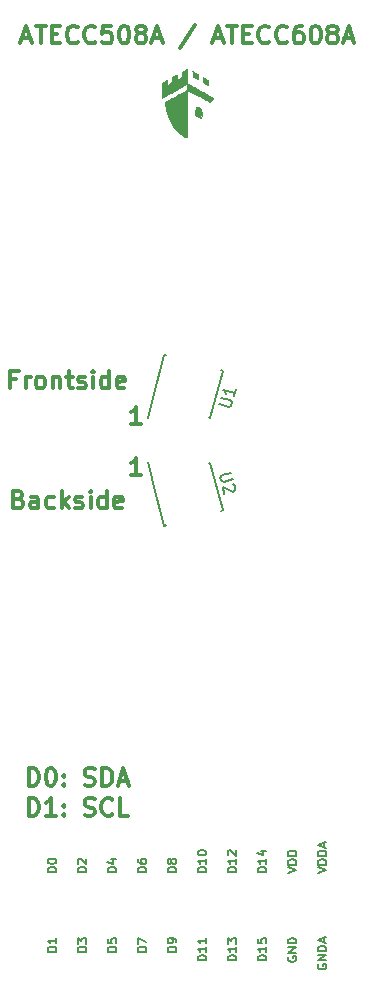
<source format=gbr>
G04 #@! TF.GenerationSoftware,KiCad,Pcbnew,5.0.2-bee76a0~70~ubuntu18.04.1*
G04 #@! TF.CreationDate,2019-10-25T10:51:07+02:00*
G04 #@! TF.ProjectId,atecc,61746563-632e-46b6-9963-61645f706362,rev?*
G04 #@! TF.SameCoordinates,Original*
G04 #@! TF.FileFunction,Legend,Top*
G04 #@! TF.FilePolarity,Positive*
%FSLAX46Y46*%
G04 Gerber Fmt 4.6, Leading zero omitted, Abs format (unit mm)*
G04 Created by KiCad (PCBNEW 5.0.2-bee76a0~70~ubuntu18.04.1) date ven. 25 oct. 2019 10:51:07 CEST*
%MOMM*%
%LPD*%
G01*
G04 APERTURE LIST*
%ADD10C,0.300000*%
%ADD11C,0.150000*%
%ADD12C,0.010000*%
G04 APERTURE END LIST*
D10*
X47962857Y-119272857D02*
X48177142Y-119344285D01*
X48248571Y-119415714D01*
X48320000Y-119558571D01*
X48320000Y-119772857D01*
X48248571Y-119915714D01*
X48177142Y-119987142D01*
X48034285Y-120058571D01*
X47462857Y-120058571D01*
X47462857Y-118558571D01*
X47962857Y-118558571D01*
X48105714Y-118630000D01*
X48177142Y-118701428D01*
X48248571Y-118844285D01*
X48248571Y-118987142D01*
X48177142Y-119130000D01*
X48105714Y-119201428D01*
X47962857Y-119272857D01*
X47462857Y-119272857D01*
X49605714Y-120058571D02*
X49605714Y-119272857D01*
X49534285Y-119130000D01*
X49391428Y-119058571D01*
X49105714Y-119058571D01*
X48962857Y-119130000D01*
X49605714Y-119987142D02*
X49462857Y-120058571D01*
X49105714Y-120058571D01*
X48962857Y-119987142D01*
X48891428Y-119844285D01*
X48891428Y-119701428D01*
X48962857Y-119558571D01*
X49105714Y-119487142D01*
X49462857Y-119487142D01*
X49605714Y-119415714D01*
X50962857Y-119987142D02*
X50820000Y-120058571D01*
X50534285Y-120058571D01*
X50391428Y-119987142D01*
X50320000Y-119915714D01*
X50248571Y-119772857D01*
X50248571Y-119344285D01*
X50320000Y-119201428D01*
X50391428Y-119130000D01*
X50534285Y-119058571D01*
X50820000Y-119058571D01*
X50962857Y-119130000D01*
X51605714Y-120058571D02*
X51605714Y-118558571D01*
X51748571Y-119487142D02*
X52177142Y-120058571D01*
X52177142Y-119058571D02*
X51605714Y-119630000D01*
X52748571Y-119987142D02*
X52891428Y-120058571D01*
X53177142Y-120058571D01*
X53320000Y-119987142D01*
X53391428Y-119844285D01*
X53391428Y-119772857D01*
X53320000Y-119630000D01*
X53177142Y-119558571D01*
X52962857Y-119558571D01*
X52820000Y-119487142D01*
X52748571Y-119344285D01*
X52748571Y-119272857D01*
X52820000Y-119130000D01*
X52962857Y-119058571D01*
X53177142Y-119058571D01*
X53320000Y-119130000D01*
X54034285Y-120058571D02*
X54034285Y-119058571D01*
X54034285Y-118558571D02*
X53962857Y-118630000D01*
X54034285Y-118701428D01*
X54105714Y-118630000D01*
X54034285Y-118558571D01*
X54034285Y-118701428D01*
X55391428Y-120058571D02*
X55391428Y-118558571D01*
X55391428Y-119987142D02*
X55248571Y-120058571D01*
X54962857Y-120058571D01*
X54820000Y-119987142D01*
X54748571Y-119915714D01*
X54677142Y-119772857D01*
X54677142Y-119344285D01*
X54748571Y-119201428D01*
X54820000Y-119130000D01*
X54962857Y-119058571D01*
X55248571Y-119058571D01*
X55391428Y-119130000D01*
X56677142Y-119987142D02*
X56534285Y-120058571D01*
X56248571Y-120058571D01*
X56105714Y-119987142D01*
X56034285Y-119844285D01*
X56034285Y-119272857D01*
X56105714Y-119130000D01*
X56248571Y-119058571D01*
X56534285Y-119058571D01*
X56677142Y-119130000D01*
X56748571Y-119272857D01*
X56748571Y-119415714D01*
X56034285Y-119558571D01*
X47748571Y-109112857D02*
X47248571Y-109112857D01*
X47248571Y-109898571D02*
X47248571Y-108398571D01*
X47962857Y-108398571D01*
X48534285Y-109898571D02*
X48534285Y-108898571D01*
X48534285Y-109184285D02*
X48605714Y-109041428D01*
X48677142Y-108970000D01*
X48820000Y-108898571D01*
X48962857Y-108898571D01*
X49677142Y-109898571D02*
X49534285Y-109827142D01*
X49462857Y-109755714D01*
X49391428Y-109612857D01*
X49391428Y-109184285D01*
X49462857Y-109041428D01*
X49534285Y-108970000D01*
X49677142Y-108898571D01*
X49891428Y-108898571D01*
X50034285Y-108970000D01*
X50105714Y-109041428D01*
X50177142Y-109184285D01*
X50177142Y-109612857D01*
X50105714Y-109755714D01*
X50034285Y-109827142D01*
X49891428Y-109898571D01*
X49677142Y-109898571D01*
X50820000Y-108898571D02*
X50820000Y-109898571D01*
X50820000Y-109041428D02*
X50891428Y-108970000D01*
X51034285Y-108898571D01*
X51248571Y-108898571D01*
X51391428Y-108970000D01*
X51462857Y-109112857D01*
X51462857Y-109898571D01*
X51962857Y-108898571D02*
X52534285Y-108898571D01*
X52177142Y-108398571D02*
X52177142Y-109684285D01*
X52248571Y-109827142D01*
X52391428Y-109898571D01*
X52534285Y-109898571D01*
X52962857Y-109827142D02*
X53105714Y-109898571D01*
X53391428Y-109898571D01*
X53534285Y-109827142D01*
X53605714Y-109684285D01*
X53605714Y-109612857D01*
X53534285Y-109470000D01*
X53391428Y-109398571D01*
X53177142Y-109398571D01*
X53034285Y-109327142D01*
X52962857Y-109184285D01*
X52962857Y-109112857D01*
X53034285Y-108970000D01*
X53177142Y-108898571D01*
X53391428Y-108898571D01*
X53534285Y-108970000D01*
X54248571Y-109898571D02*
X54248571Y-108898571D01*
X54248571Y-108398571D02*
X54177142Y-108470000D01*
X54248571Y-108541428D01*
X54320000Y-108470000D01*
X54248571Y-108398571D01*
X54248571Y-108541428D01*
X55605714Y-109898571D02*
X55605714Y-108398571D01*
X55605714Y-109827142D02*
X55462857Y-109898571D01*
X55177142Y-109898571D01*
X55034285Y-109827142D01*
X54962857Y-109755714D01*
X54891428Y-109612857D01*
X54891428Y-109184285D01*
X54962857Y-109041428D01*
X55034285Y-108970000D01*
X55177142Y-108898571D01*
X55462857Y-108898571D01*
X55605714Y-108970000D01*
X56891428Y-109827142D02*
X56748571Y-109898571D01*
X56462857Y-109898571D01*
X56320000Y-109827142D01*
X56248571Y-109684285D01*
X56248571Y-109112857D01*
X56320000Y-108970000D01*
X56462857Y-108898571D01*
X56748571Y-108898571D01*
X56891428Y-108970000D01*
X56962857Y-109112857D01*
X56962857Y-109255714D01*
X56248571Y-109398571D01*
X58340571Y-117264571D02*
X57483428Y-117264571D01*
X57912000Y-117264571D02*
X57912000Y-115764571D01*
X57769142Y-115978857D01*
X57626285Y-116121714D01*
X57483428Y-116193142D01*
X58340571Y-112946571D02*
X57483428Y-112946571D01*
X57912000Y-112946571D02*
X57912000Y-111446571D01*
X57769142Y-111660857D01*
X57626285Y-111803714D01*
X57483428Y-111875142D01*
D11*
X73249285Y-150961071D02*
X73999285Y-150711071D01*
X73249285Y-150461071D01*
X73999285Y-150211071D02*
X73249285Y-150211071D01*
X73249285Y-150032500D01*
X73285000Y-149925357D01*
X73356428Y-149853928D01*
X73427857Y-149818214D01*
X73570714Y-149782500D01*
X73677857Y-149782500D01*
X73820714Y-149818214D01*
X73892142Y-149853928D01*
X73963571Y-149925357D01*
X73999285Y-150032500D01*
X73999285Y-150211071D01*
X73999285Y-149461071D02*
X73249285Y-149461071D01*
X73249285Y-149282500D01*
X73285000Y-149175357D01*
X73356428Y-149103928D01*
X73427857Y-149068214D01*
X73570714Y-149032500D01*
X73677857Y-149032500D01*
X73820714Y-149068214D01*
X73892142Y-149103928D01*
X73963571Y-149175357D01*
X73999285Y-149282500D01*
X73999285Y-149461071D01*
X73785000Y-148746785D02*
X73785000Y-148389642D01*
X73999285Y-148818214D02*
X73249285Y-148568214D01*
X73999285Y-148318214D01*
X70709285Y-150961071D02*
X71459285Y-150711071D01*
X70709285Y-150461071D01*
X71459285Y-150211071D02*
X70709285Y-150211071D01*
X70709285Y-150032500D01*
X70745000Y-149925357D01*
X70816428Y-149853928D01*
X70887857Y-149818214D01*
X71030714Y-149782500D01*
X71137857Y-149782500D01*
X71280714Y-149818214D01*
X71352142Y-149853928D01*
X71423571Y-149925357D01*
X71459285Y-150032500D01*
X71459285Y-150211071D01*
X71459285Y-149461071D02*
X70709285Y-149461071D01*
X70709285Y-149282500D01*
X70745000Y-149175357D01*
X70816428Y-149103928D01*
X70887857Y-149068214D01*
X71030714Y-149032500D01*
X71137857Y-149032500D01*
X71280714Y-149068214D01*
X71352142Y-149103928D01*
X71423571Y-149175357D01*
X71459285Y-149282500D01*
X71459285Y-149461071D01*
X68919285Y-150853928D02*
X68169285Y-150853928D01*
X68169285Y-150675357D01*
X68205000Y-150568214D01*
X68276428Y-150496785D01*
X68347857Y-150461071D01*
X68490714Y-150425357D01*
X68597857Y-150425357D01*
X68740714Y-150461071D01*
X68812142Y-150496785D01*
X68883571Y-150568214D01*
X68919285Y-150675357D01*
X68919285Y-150853928D01*
X68919285Y-149711071D02*
X68919285Y-150139642D01*
X68919285Y-149925357D02*
X68169285Y-149925357D01*
X68276428Y-149996785D01*
X68347857Y-150068214D01*
X68383571Y-150139642D01*
X68419285Y-149068214D02*
X68919285Y-149068214D01*
X68133571Y-149246785D02*
X68669285Y-149425357D01*
X68669285Y-148961071D01*
X66379285Y-150853928D02*
X65629285Y-150853928D01*
X65629285Y-150675357D01*
X65665000Y-150568214D01*
X65736428Y-150496785D01*
X65807857Y-150461071D01*
X65950714Y-150425357D01*
X66057857Y-150425357D01*
X66200714Y-150461071D01*
X66272142Y-150496785D01*
X66343571Y-150568214D01*
X66379285Y-150675357D01*
X66379285Y-150853928D01*
X66379285Y-149711071D02*
X66379285Y-150139642D01*
X66379285Y-149925357D02*
X65629285Y-149925357D01*
X65736428Y-149996785D01*
X65807857Y-150068214D01*
X65843571Y-150139642D01*
X65700714Y-149425357D02*
X65665000Y-149389642D01*
X65629285Y-149318214D01*
X65629285Y-149139642D01*
X65665000Y-149068214D01*
X65700714Y-149032500D01*
X65772142Y-148996785D01*
X65843571Y-148996785D01*
X65950714Y-149032500D01*
X66379285Y-149461071D01*
X66379285Y-148996785D01*
X63839285Y-150853928D02*
X63089285Y-150853928D01*
X63089285Y-150675357D01*
X63125000Y-150568214D01*
X63196428Y-150496785D01*
X63267857Y-150461071D01*
X63410714Y-150425357D01*
X63517857Y-150425357D01*
X63660714Y-150461071D01*
X63732142Y-150496785D01*
X63803571Y-150568214D01*
X63839285Y-150675357D01*
X63839285Y-150853928D01*
X63839285Y-149711071D02*
X63839285Y-150139642D01*
X63839285Y-149925357D02*
X63089285Y-149925357D01*
X63196428Y-149996785D01*
X63267857Y-150068214D01*
X63303571Y-150139642D01*
X63089285Y-149246785D02*
X63089285Y-149175357D01*
X63125000Y-149103928D01*
X63160714Y-149068214D01*
X63232142Y-149032500D01*
X63375000Y-148996785D01*
X63553571Y-148996785D01*
X63696428Y-149032500D01*
X63767857Y-149068214D01*
X63803571Y-149103928D01*
X63839285Y-149175357D01*
X63839285Y-149246785D01*
X63803571Y-149318214D01*
X63767857Y-149353928D01*
X63696428Y-149389642D01*
X63553571Y-149425357D01*
X63375000Y-149425357D01*
X63232142Y-149389642D01*
X63160714Y-149353928D01*
X63125000Y-149318214D01*
X63089285Y-149246785D01*
X61299285Y-150853928D02*
X60549285Y-150853928D01*
X60549285Y-150675357D01*
X60585000Y-150568214D01*
X60656428Y-150496785D01*
X60727857Y-150461071D01*
X60870714Y-150425357D01*
X60977857Y-150425357D01*
X61120714Y-150461071D01*
X61192142Y-150496785D01*
X61263571Y-150568214D01*
X61299285Y-150675357D01*
X61299285Y-150853928D01*
X60870714Y-149996785D02*
X60835000Y-150068214D01*
X60799285Y-150103928D01*
X60727857Y-150139642D01*
X60692142Y-150139642D01*
X60620714Y-150103928D01*
X60585000Y-150068214D01*
X60549285Y-149996785D01*
X60549285Y-149853928D01*
X60585000Y-149782500D01*
X60620714Y-149746785D01*
X60692142Y-149711071D01*
X60727857Y-149711071D01*
X60799285Y-149746785D01*
X60835000Y-149782500D01*
X60870714Y-149853928D01*
X60870714Y-149996785D01*
X60906428Y-150068214D01*
X60942142Y-150103928D01*
X61013571Y-150139642D01*
X61156428Y-150139642D01*
X61227857Y-150103928D01*
X61263571Y-150068214D01*
X61299285Y-149996785D01*
X61299285Y-149853928D01*
X61263571Y-149782500D01*
X61227857Y-149746785D01*
X61156428Y-149711071D01*
X61013571Y-149711071D01*
X60942142Y-149746785D01*
X60906428Y-149782500D01*
X60870714Y-149853928D01*
X58759285Y-150853928D02*
X58009285Y-150853928D01*
X58009285Y-150675357D01*
X58045000Y-150568214D01*
X58116428Y-150496785D01*
X58187857Y-150461071D01*
X58330714Y-150425357D01*
X58437857Y-150425357D01*
X58580714Y-150461071D01*
X58652142Y-150496785D01*
X58723571Y-150568214D01*
X58759285Y-150675357D01*
X58759285Y-150853928D01*
X58009285Y-149782500D02*
X58009285Y-149925357D01*
X58045000Y-149996785D01*
X58080714Y-150032500D01*
X58187857Y-150103928D01*
X58330714Y-150139642D01*
X58616428Y-150139642D01*
X58687857Y-150103928D01*
X58723571Y-150068214D01*
X58759285Y-149996785D01*
X58759285Y-149853928D01*
X58723571Y-149782500D01*
X58687857Y-149746785D01*
X58616428Y-149711071D01*
X58437857Y-149711071D01*
X58366428Y-149746785D01*
X58330714Y-149782500D01*
X58295000Y-149853928D01*
X58295000Y-149996785D01*
X58330714Y-150068214D01*
X58366428Y-150103928D01*
X58437857Y-150139642D01*
X56219285Y-150853928D02*
X55469285Y-150853928D01*
X55469285Y-150675357D01*
X55505000Y-150568214D01*
X55576428Y-150496785D01*
X55647857Y-150461071D01*
X55790714Y-150425357D01*
X55897857Y-150425357D01*
X56040714Y-150461071D01*
X56112142Y-150496785D01*
X56183571Y-150568214D01*
X56219285Y-150675357D01*
X56219285Y-150853928D01*
X55719285Y-149782500D02*
X56219285Y-149782500D01*
X55433571Y-149961071D02*
X55969285Y-150139642D01*
X55969285Y-149675357D01*
X53679285Y-150853928D02*
X52929285Y-150853928D01*
X52929285Y-150675357D01*
X52965000Y-150568214D01*
X53036428Y-150496785D01*
X53107857Y-150461071D01*
X53250714Y-150425357D01*
X53357857Y-150425357D01*
X53500714Y-150461071D01*
X53572142Y-150496785D01*
X53643571Y-150568214D01*
X53679285Y-150675357D01*
X53679285Y-150853928D01*
X53000714Y-150139642D02*
X52965000Y-150103928D01*
X52929285Y-150032500D01*
X52929285Y-149853928D01*
X52965000Y-149782500D01*
X53000714Y-149746785D01*
X53072142Y-149711071D01*
X53143571Y-149711071D01*
X53250714Y-149746785D01*
X53679285Y-150175357D01*
X53679285Y-149711071D01*
X51139285Y-150853928D02*
X50389285Y-150853928D01*
X50389285Y-150675357D01*
X50425000Y-150568214D01*
X50496428Y-150496785D01*
X50567857Y-150461071D01*
X50710714Y-150425357D01*
X50817857Y-150425357D01*
X50960714Y-150461071D01*
X51032142Y-150496785D01*
X51103571Y-150568214D01*
X51139285Y-150675357D01*
X51139285Y-150853928D01*
X50389285Y-149961071D02*
X50389285Y-149889642D01*
X50425000Y-149818214D01*
X50460714Y-149782500D01*
X50532142Y-149746785D01*
X50675000Y-149711071D01*
X50853571Y-149711071D01*
X50996428Y-149746785D01*
X51067857Y-149782500D01*
X51103571Y-149818214D01*
X51139285Y-149889642D01*
X51139285Y-149961071D01*
X51103571Y-150032500D01*
X51067857Y-150068214D01*
X50996428Y-150103928D01*
X50853571Y-150139642D01*
X50675000Y-150139642D01*
X50532142Y-150103928D01*
X50460714Y-150068214D01*
X50425000Y-150032500D01*
X50389285Y-149961071D01*
X51139285Y-157593214D02*
X50389285Y-157593214D01*
X50389285Y-157414642D01*
X50425000Y-157307500D01*
X50496428Y-157236071D01*
X50567857Y-157200357D01*
X50710714Y-157164642D01*
X50817857Y-157164642D01*
X50960714Y-157200357D01*
X51032142Y-157236071D01*
X51103571Y-157307500D01*
X51139285Y-157414642D01*
X51139285Y-157593214D01*
X51139285Y-156450357D02*
X51139285Y-156878928D01*
X51139285Y-156664642D02*
X50389285Y-156664642D01*
X50496428Y-156736071D01*
X50567857Y-156807500D01*
X50603571Y-156878928D01*
X53679285Y-157593214D02*
X52929285Y-157593214D01*
X52929285Y-157414642D01*
X52965000Y-157307500D01*
X53036428Y-157236071D01*
X53107857Y-157200357D01*
X53250714Y-157164642D01*
X53357857Y-157164642D01*
X53500714Y-157200357D01*
X53572142Y-157236071D01*
X53643571Y-157307500D01*
X53679285Y-157414642D01*
X53679285Y-157593214D01*
X52929285Y-156914642D02*
X52929285Y-156450357D01*
X53215000Y-156700357D01*
X53215000Y-156593214D01*
X53250714Y-156521785D01*
X53286428Y-156486071D01*
X53357857Y-156450357D01*
X53536428Y-156450357D01*
X53607857Y-156486071D01*
X53643571Y-156521785D01*
X53679285Y-156593214D01*
X53679285Y-156807500D01*
X53643571Y-156878928D01*
X53607857Y-156914642D01*
X56219285Y-157593214D02*
X55469285Y-157593214D01*
X55469285Y-157414642D01*
X55505000Y-157307500D01*
X55576428Y-157236071D01*
X55647857Y-157200357D01*
X55790714Y-157164642D01*
X55897857Y-157164642D01*
X56040714Y-157200357D01*
X56112142Y-157236071D01*
X56183571Y-157307500D01*
X56219285Y-157414642D01*
X56219285Y-157593214D01*
X55469285Y-156486071D02*
X55469285Y-156843214D01*
X55826428Y-156878928D01*
X55790714Y-156843214D01*
X55755000Y-156771785D01*
X55755000Y-156593214D01*
X55790714Y-156521785D01*
X55826428Y-156486071D01*
X55897857Y-156450357D01*
X56076428Y-156450357D01*
X56147857Y-156486071D01*
X56183571Y-156521785D01*
X56219285Y-156593214D01*
X56219285Y-156771785D01*
X56183571Y-156843214D01*
X56147857Y-156878928D01*
X58759285Y-157593214D02*
X58009285Y-157593214D01*
X58009285Y-157414642D01*
X58045000Y-157307500D01*
X58116428Y-157236071D01*
X58187857Y-157200357D01*
X58330714Y-157164642D01*
X58437857Y-157164642D01*
X58580714Y-157200357D01*
X58652142Y-157236071D01*
X58723571Y-157307500D01*
X58759285Y-157414642D01*
X58759285Y-157593214D01*
X58009285Y-156914642D02*
X58009285Y-156414642D01*
X58759285Y-156736071D01*
X61299285Y-157593214D02*
X60549285Y-157593214D01*
X60549285Y-157414642D01*
X60585000Y-157307500D01*
X60656428Y-157236071D01*
X60727857Y-157200357D01*
X60870714Y-157164642D01*
X60977857Y-157164642D01*
X61120714Y-157200357D01*
X61192142Y-157236071D01*
X61263571Y-157307500D01*
X61299285Y-157414642D01*
X61299285Y-157593214D01*
X61299285Y-156807500D02*
X61299285Y-156664642D01*
X61263571Y-156593214D01*
X61227857Y-156557500D01*
X61120714Y-156486071D01*
X60977857Y-156450357D01*
X60692142Y-156450357D01*
X60620714Y-156486071D01*
X60585000Y-156521785D01*
X60549285Y-156593214D01*
X60549285Y-156736071D01*
X60585000Y-156807500D01*
X60620714Y-156843214D01*
X60692142Y-156878928D01*
X60870714Y-156878928D01*
X60942142Y-156843214D01*
X60977857Y-156807500D01*
X61013571Y-156736071D01*
X61013571Y-156593214D01*
X60977857Y-156521785D01*
X60942142Y-156486071D01*
X60870714Y-156450357D01*
X63839285Y-158307500D02*
X63089285Y-158307500D01*
X63089285Y-158128928D01*
X63125000Y-158021785D01*
X63196428Y-157950357D01*
X63267857Y-157914642D01*
X63410714Y-157878928D01*
X63517857Y-157878928D01*
X63660714Y-157914642D01*
X63732142Y-157950357D01*
X63803571Y-158021785D01*
X63839285Y-158128928D01*
X63839285Y-158307500D01*
X63839285Y-157164642D02*
X63839285Y-157593214D01*
X63839285Y-157378928D02*
X63089285Y-157378928D01*
X63196428Y-157450357D01*
X63267857Y-157521785D01*
X63303571Y-157593214D01*
X63839285Y-156450357D02*
X63839285Y-156878928D01*
X63839285Y-156664642D02*
X63089285Y-156664642D01*
X63196428Y-156736071D01*
X63267857Y-156807500D01*
X63303571Y-156878928D01*
X66379285Y-158307500D02*
X65629285Y-158307500D01*
X65629285Y-158128928D01*
X65665000Y-158021785D01*
X65736428Y-157950357D01*
X65807857Y-157914642D01*
X65950714Y-157878928D01*
X66057857Y-157878928D01*
X66200714Y-157914642D01*
X66272142Y-157950357D01*
X66343571Y-158021785D01*
X66379285Y-158128928D01*
X66379285Y-158307500D01*
X66379285Y-157164642D02*
X66379285Y-157593214D01*
X66379285Y-157378928D02*
X65629285Y-157378928D01*
X65736428Y-157450357D01*
X65807857Y-157521785D01*
X65843571Y-157593214D01*
X65629285Y-156914642D02*
X65629285Y-156450357D01*
X65915000Y-156700357D01*
X65915000Y-156593214D01*
X65950714Y-156521785D01*
X65986428Y-156486071D01*
X66057857Y-156450357D01*
X66236428Y-156450357D01*
X66307857Y-156486071D01*
X66343571Y-156521785D01*
X66379285Y-156593214D01*
X66379285Y-156807500D01*
X66343571Y-156878928D01*
X66307857Y-156914642D01*
X68919285Y-158307500D02*
X68169285Y-158307500D01*
X68169285Y-158128928D01*
X68205000Y-158021785D01*
X68276428Y-157950357D01*
X68347857Y-157914642D01*
X68490714Y-157878928D01*
X68597857Y-157878928D01*
X68740714Y-157914642D01*
X68812142Y-157950357D01*
X68883571Y-158021785D01*
X68919285Y-158128928D01*
X68919285Y-158307500D01*
X68919285Y-157164642D02*
X68919285Y-157593214D01*
X68919285Y-157378928D02*
X68169285Y-157378928D01*
X68276428Y-157450357D01*
X68347857Y-157521785D01*
X68383571Y-157593214D01*
X68169285Y-156486071D02*
X68169285Y-156843214D01*
X68526428Y-156878928D01*
X68490714Y-156843214D01*
X68455000Y-156771785D01*
X68455000Y-156593214D01*
X68490714Y-156521785D01*
X68526428Y-156486071D01*
X68597857Y-156450357D01*
X68776428Y-156450357D01*
X68847857Y-156486071D01*
X68883571Y-156521785D01*
X68919285Y-156593214D01*
X68919285Y-156771785D01*
X68883571Y-156843214D01*
X68847857Y-156878928D01*
X70745000Y-158021785D02*
X70709285Y-158093214D01*
X70709285Y-158200357D01*
X70745000Y-158307500D01*
X70816428Y-158378928D01*
X70887857Y-158414642D01*
X71030714Y-158450357D01*
X71137857Y-158450357D01*
X71280714Y-158414642D01*
X71352142Y-158378928D01*
X71423571Y-158307500D01*
X71459285Y-158200357D01*
X71459285Y-158128928D01*
X71423571Y-158021785D01*
X71387857Y-157986071D01*
X71137857Y-157986071D01*
X71137857Y-158128928D01*
X71459285Y-157664642D02*
X70709285Y-157664642D01*
X71459285Y-157236071D01*
X70709285Y-157236071D01*
X71459285Y-156878928D02*
X70709285Y-156878928D01*
X70709285Y-156700357D01*
X70745000Y-156593214D01*
X70816428Y-156521785D01*
X70887857Y-156486071D01*
X71030714Y-156450357D01*
X71137857Y-156450357D01*
X71280714Y-156486071D01*
X71352142Y-156521785D01*
X71423571Y-156593214D01*
X71459285Y-156700357D01*
X71459285Y-156878928D01*
X73285000Y-158664642D02*
X73249285Y-158736071D01*
X73249285Y-158843214D01*
X73285000Y-158950357D01*
X73356428Y-159021785D01*
X73427857Y-159057500D01*
X73570714Y-159093214D01*
X73677857Y-159093214D01*
X73820714Y-159057500D01*
X73892142Y-159021785D01*
X73963571Y-158950357D01*
X73999285Y-158843214D01*
X73999285Y-158771785D01*
X73963571Y-158664642D01*
X73927857Y-158628928D01*
X73677857Y-158628928D01*
X73677857Y-158771785D01*
X73999285Y-158307500D02*
X73249285Y-158307500D01*
X73999285Y-157878928D01*
X73249285Y-157878928D01*
X73999285Y-157521785D02*
X73249285Y-157521785D01*
X73249285Y-157343214D01*
X73285000Y-157236071D01*
X73356428Y-157164642D01*
X73427857Y-157128928D01*
X73570714Y-157093214D01*
X73677857Y-157093214D01*
X73820714Y-157128928D01*
X73892142Y-157164642D01*
X73963571Y-157236071D01*
X73999285Y-157343214D01*
X73999285Y-157521785D01*
X73785000Y-156807500D02*
X73785000Y-156450357D01*
X73999285Y-156878928D02*
X73249285Y-156628928D01*
X73999285Y-156378928D01*
D10*
X48229999Y-80260000D02*
X48944285Y-80260000D01*
X48087142Y-80688571D02*
X48587142Y-79188571D01*
X49087142Y-80688571D01*
X49372857Y-79188571D02*
X50229999Y-79188571D01*
X49801428Y-80688571D02*
X49801428Y-79188571D01*
X50729999Y-79902857D02*
X51229999Y-79902857D01*
X51444285Y-80688571D02*
X50729999Y-80688571D01*
X50729999Y-79188571D01*
X51444285Y-79188571D01*
X52944285Y-80545714D02*
X52872857Y-80617142D01*
X52658571Y-80688571D01*
X52515714Y-80688571D01*
X52301428Y-80617142D01*
X52158571Y-80474285D01*
X52087142Y-80331428D01*
X52015714Y-80045714D01*
X52015714Y-79831428D01*
X52087142Y-79545714D01*
X52158571Y-79402857D01*
X52301428Y-79260000D01*
X52515714Y-79188571D01*
X52658571Y-79188571D01*
X52872857Y-79260000D01*
X52944285Y-79331428D01*
X54444285Y-80545714D02*
X54372857Y-80617142D01*
X54158571Y-80688571D01*
X54015714Y-80688571D01*
X53801428Y-80617142D01*
X53658571Y-80474285D01*
X53587142Y-80331428D01*
X53515714Y-80045714D01*
X53515714Y-79831428D01*
X53587142Y-79545714D01*
X53658571Y-79402857D01*
X53801428Y-79260000D01*
X54015714Y-79188571D01*
X54158571Y-79188571D01*
X54372857Y-79260000D01*
X54444285Y-79331428D01*
X55801428Y-79188571D02*
X55087142Y-79188571D01*
X55015714Y-79902857D01*
X55087142Y-79831428D01*
X55229999Y-79760000D01*
X55587142Y-79760000D01*
X55729999Y-79831428D01*
X55801428Y-79902857D01*
X55872857Y-80045714D01*
X55872857Y-80402857D01*
X55801428Y-80545714D01*
X55729999Y-80617142D01*
X55587142Y-80688571D01*
X55229999Y-80688571D01*
X55087142Y-80617142D01*
X55015714Y-80545714D01*
X56801428Y-79188571D02*
X56944285Y-79188571D01*
X57087142Y-79260000D01*
X57158571Y-79331428D01*
X57229999Y-79474285D01*
X57301428Y-79760000D01*
X57301428Y-80117142D01*
X57229999Y-80402857D01*
X57158571Y-80545714D01*
X57087142Y-80617142D01*
X56944285Y-80688571D01*
X56801428Y-80688571D01*
X56658571Y-80617142D01*
X56587142Y-80545714D01*
X56515714Y-80402857D01*
X56444285Y-80117142D01*
X56444285Y-79760000D01*
X56515714Y-79474285D01*
X56587142Y-79331428D01*
X56658571Y-79260000D01*
X56801428Y-79188571D01*
X58158571Y-79831428D02*
X58015714Y-79760000D01*
X57944285Y-79688571D01*
X57872857Y-79545714D01*
X57872857Y-79474285D01*
X57944285Y-79331428D01*
X58015714Y-79260000D01*
X58158571Y-79188571D01*
X58444285Y-79188571D01*
X58587142Y-79260000D01*
X58658571Y-79331428D01*
X58729999Y-79474285D01*
X58729999Y-79545714D01*
X58658571Y-79688571D01*
X58587142Y-79760000D01*
X58444285Y-79831428D01*
X58158571Y-79831428D01*
X58015714Y-79902857D01*
X57944285Y-79974285D01*
X57872857Y-80117142D01*
X57872857Y-80402857D01*
X57944285Y-80545714D01*
X58015714Y-80617142D01*
X58158571Y-80688571D01*
X58444285Y-80688571D01*
X58587142Y-80617142D01*
X58658571Y-80545714D01*
X58729999Y-80402857D01*
X58729999Y-80117142D01*
X58658571Y-79974285D01*
X58587142Y-79902857D01*
X58444285Y-79831428D01*
X59301428Y-80260000D02*
X60015714Y-80260000D01*
X59158571Y-80688571D02*
X59658571Y-79188571D01*
X60158571Y-80688571D01*
X62872857Y-79117142D02*
X61587142Y-81045714D01*
X64444285Y-80260000D02*
X65158571Y-80260000D01*
X64301428Y-80688571D02*
X64801428Y-79188571D01*
X65301428Y-80688571D01*
X65587142Y-79188571D02*
X66444285Y-79188571D01*
X66015714Y-80688571D02*
X66015714Y-79188571D01*
X66944285Y-79902857D02*
X67444285Y-79902857D01*
X67658571Y-80688571D02*
X66944285Y-80688571D01*
X66944285Y-79188571D01*
X67658571Y-79188571D01*
X69158571Y-80545714D02*
X69087142Y-80617142D01*
X68872857Y-80688571D01*
X68730000Y-80688571D01*
X68515714Y-80617142D01*
X68372857Y-80474285D01*
X68301428Y-80331428D01*
X68230000Y-80045714D01*
X68230000Y-79831428D01*
X68301428Y-79545714D01*
X68372857Y-79402857D01*
X68515714Y-79260000D01*
X68730000Y-79188571D01*
X68872857Y-79188571D01*
X69087142Y-79260000D01*
X69158571Y-79331428D01*
X70658571Y-80545714D02*
X70587142Y-80617142D01*
X70372857Y-80688571D01*
X70230000Y-80688571D01*
X70015714Y-80617142D01*
X69872857Y-80474285D01*
X69801428Y-80331428D01*
X69730000Y-80045714D01*
X69730000Y-79831428D01*
X69801428Y-79545714D01*
X69872857Y-79402857D01*
X70015714Y-79260000D01*
X70230000Y-79188571D01*
X70372857Y-79188571D01*
X70587142Y-79260000D01*
X70658571Y-79331428D01*
X71944285Y-79188571D02*
X71658571Y-79188571D01*
X71515714Y-79260000D01*
X71444285Y-79331428D01*
X71301428Y-79545714D01*
X71230000Y-79831428D01*
X71230000Y-80402857D01*
X71301428Y-80545714D01*
X71372857Y-80617142D01*
X71515714Y-80688571D01*
X71801428Y-80688571D01*
X71944285Y-80617142D01*
X72015714Y-80545714D01*
X72087142Y-80402857D01*
X72087142Y-80045714D01*
X72015714Y-79902857D01*
X71944285Y-79831428D01*
X71801428Y-79760000D01*
X71515714Y-79760000D01*
X71372857Y-79831428D01*
X71301428Y-79902857D01*
X71230000Y-80045714D01*
X73015714Y-79188571D02*
X73158571Y-79188571D01*
X73301428Y-79260000D01*
X73372857Y-79331428D01*
X73444285Y-79474285D01*
X73515714Y-79760000D01*
X73515714Y-80117142D01*
X73444285Y-80402857D01*
X73372857Y-80545714D01*
X73301428Y-80617142D01*
X73158571Y-80688571D01*
X73015714Y-80688571D01*
X72872857Y-80617142D01*
X72801428Y-80545714D01*
X72730000Y-80402857D01*
X72658571Y-80117142D01*
X72658571Y-79760000D01*
X72730000Y-79474285D01*
X72801428Y-79331428D01*
X72872857Y-79260000D01*
X73015714Y-79188571D01*
X74372857Y-79831428D02*
X74230000Y-79760000D01*
X74158571Y-79688571D01*
X74087142Y-79545714D01*
X74087142Y-79474285D01*
X74158571Y-79331428D01*
X74230000Y-79260000D01*
X74372857Y-79188571D01*
X74658571Y-79188571D01*
X74801428Y-79260000D01*
X74872857Y-79331428D01*
X74944285Y-79474285D01*
X74944285Y-79545714D01*
X74872857Y-79688571D01*
X74801428Y-79760000D01*
X74658571Y-79831428D01*
X74372857Y-79831428D01*
X74230000Y-79902857D01*
X74158571Y-79974285D01*
X74087142Y-80117142D01*
X74087142Y-80402857D01*
X74158571Y-80545714D01*
X74230000Y-80617142D01*
X74372857Y-80688571D01*
X74658571Y-80688571D01*
X74801428Y-80617142D01*
X74872857Y-80545714D01*
X74944285Y-80402857D01*
X74944285Y-80117142D01*
X74872857Y-79974285D01*
X74801428Y-79902857D01*
X74658571Y-79831428D01*
X75515714Y-80260000D02*
X76230000Y-80260000D01*
X75372857Y-80688571D02*
X75872857Y-79188571D01*
X76372857Y-80688571D01*
X48812142Y-143548571D02*
X48812142Y-142048571D01*
X49169285Y-142048571D01*
X49383571Y-142120000D01*
X49526428Y-142262857D01*
X49597857Y-142405714D01*
X49669285Y-142691428D01*
X49669285Y-142905714D01*
X49597857Y-143191428D01*
X49526428Y-143334285D01*
X49383571Y-143477142D01*
X49169285Y-143548571D01*
X48812142Y-143548571D01*
X50597857Y-142048571D02*
X50740714Y-142048571D01*
X50883571Y-142120000D01*
X50955000Y-142191428D01*
X51026428Y-142334285D01*
X51097857Y-142620000D01*
X51097857Y-142977142D01*
X51026428Y-143262857D01*
X50955000Y-143405714D01*
X50883571Y-143477142D01*
X50740714Y-143548571D01*
X50597857Y-143548571D01*
X50455000Y-143477142D01*
X50383571Y-143405714D01*
X50312142Y-143262857D01*
X50240714Y-142977142D01*
X50240714Y-142620000D01*
X50312142Y-142334285D01*
X50383571Y-142191428D01*
X50455000Y-142120000D01*
X50597857Y-142048571D01*
X51740714Y-143405714D02*
X51812142Y-143477142D01*
X51740714Y-143548571D01*
X51669285Y-143477142D01*
X51740714Y-143405714D01*
X51740714Y-143548571D01*
X51740714Y-142620000D02*
X51812142Y-142691428D01*
X51740714Y-142762857D01*
X51669285Y-142691428D01*
X51740714Y-142620000D01*
X51740714Y-142762857D01*
X53526428Y-143477142D02*
X53740714Y-143548571D01*
X54097857Y-143548571D01*
X54240714Y-143477142D01*
X54312142Y-143405714D01*
X54383571Y-143262857D01*
X54383571Y-143120000D01*
X54312142Y-142977142D01*
X54240714Y-142905714D01*
X54097857Y-142834285D01*
X53812142Y-142762857D01*
X53669285Y-142691428D01*
X53597857Y-142620000D01*
X53526428Y-142477142D01*
X53526428Y-142334285D01*
X53597857Y-142191428D01*
X53669285Y-142120000D01*
X53812142Y-142048571D01*
X54169285Y-142048571D01*
X54383571Y-142120000D01*
X55026428Y-143548571D02*
X55026428Y-142048571D01*
X55383571Y-142048571D01*
X55597857Y-142120000D01*
X55740714Y-142262857D01*
X55812142Y-142405714D01*
X55883571Y-142691428D01*
X55883571Y-142905714D01*
X55812142Y-143191428D01*
X55740714Y-143334285D01*
X55597857Y-143477142D01*
X55383571Y-143548571D01*
X55026428Y-143548571D01*
X56455000Y-143120000D02*
X57169285Y-143120000D01*
X56312142Y-143548571D02*
X56812142Y-142048571D01*
X57312142Y-143548571D01*
X48812142Y-146098571D02*
X48812142Y-144598571D01*
X49169285Y-144598571D01*
X49383571Y-144670000D01*
X49526428Y-144812857D01*
X49597857Y-144955714D01*
X49669285Y-145241428D01*
X49669285Y-145455714D01*
X49597857Y-145741428D01*
X49526428Y-145884285D01*
X49383571Y-146027142D01*
X49169285Y-146098571D01*
X48812142Y-146098571D01*
X51097857Y-146098571D02*
X50240714Y-146098571D01*
X50669285Y-146098571D02*
X50669285Y-144598571D01*
X50526428Y-144812857D01*
X50383571Y-144955714D01*
X50240714Y-145027142D01*
X51740714Y-145955714D02*
X51812142Y-146027142D01*
X51740714Y-146098571D01*
X51669285Y-146027142D01*
X51740714Y-145955714D01*
X51740714Y-146098571D01*
X51740714Y-145170000D02*
X51812142Y-145241428D01*
X51740714Y-145312857D01*
X51669285Y-145241428D01*
X51740714Y-145170000D01*
X51740714Y-145312857D01*
X53526428Y-146027142D02*
X53740714Y-146098571D01*
X54097857Y-146098571D01*
X54240714Y-146027142D01*
X54312142Y-145955714D01*
X54383571Y-145812857D01*
X54383571Y-145670000D01*
X54312142Y-145527142D01*
X54240714Y-145455714D01*
X54097857Y-145384285D01*
X53812142Y-145312857D01*
X53669285Y-145241428D01*
X53597857Y-145170000D01*
X53526428Y-145027142D01*
X53526428Y-144884285D01*
X53597857Y-144741428D01*
X53669285Y-144670000D01*
X53812142Y-144598571D01*
X54169285Y-144598571D01*
X54383571Y-144670000D01*
X55883571Y-145955714D02*
X55812142Y-146027142D01*
X55597857Y-146098571D01*
X55455000Y-146098571D01*
X55240714Y-146027142D01*
X55097857Y-145884285D01*
X55026428Y-145741428D01*
X54955000Y-145455714D01*
X54955000Y-145241428D01*
X55026428Y-144955714D01*
X55097857Y-144812857D01*
X55240714Y-144670000D01*
X55455000Y-144598571D01*
X55597857Y-144598571D01*
X55812142Y-144670000D01*
X55883571Y-144741428D01*
X57240714Y-146098571D02*
X56526428Y-146098571D01*
X56526428Y-144598571D01*
D11*
G04 #@! TO.C,U2*
X60279791Y-121542755D02*
X60328087Y-121529814D01*
X60279791Y-121542755D02*
X60419850Y-121505226D01*
X64180209Y-116201245D02*
X64040150Y-116238774D01*
X65254309Y-120209837D02*
X65114249Y-120247366D01*
X60279791Y-121542755D02*
X59205691Y-117534163D01*
X65254309Y-120209837D02*
X64180209Y-116201245D01*
X59253988Y-117521222D02*
X58891641Y-116168926D01*
G04 #@! TO.C,U1*
X59205691Y-111065837D02*
X59253988Y-111078778D01*
X60279791Y-107057245D02*
X60419850Y-107094774D01*
X65254309Y-108390163D02*
X65114249Y-108352634D01*
X64180209Y-112398755D02*
X64040150Y-112361226D01*
X59205691Y-111065837D02*
X60279791Y-107057245D01*
X64180209Y-112398755D02*
X65254309Y-108390163D01*
X59253988Y-111078778D02*
X58891641Y-112431074D01*
D12*
G04 #@! TO.C,LOGO1*
G36*
X62230000Y-86619903D02*
X62230000Y-88620600D01*
X62195075Y-88620367D01*
X62167834Y-88615507D01*
X62124917Y-88602722D01*
X62073870Y-88584371D01*
X62052200Y-88575727D01*
X61871186Y-88488797D01*
X61691335Y-88377773D01*
X61514490Y-88243949D01*
X61342496Y-88088621D01*
X61303734Y-88049906D01*
X61117609Y-87842539D01*
X60950004Y-87618433D01*
X60801570Y-87378902D01*
X60672961Y-87125262D01*
X60564831Y-86858827D01*
X60477833Y-86580914D01*
X60412619Y-86292836D01*
X60402447Y-86235293D01*
X60394556Y-86182730D01*
X60386300Y-86117725D01*
X60378050Y-86044507D01*
X60370181Y-85967307D01*
X60363065Y-85890353D01*
X60357074Y-85817876D01*
X60352583Y-85754106D01*
X60349963Y-85703272D01*
X60349588Y-85669605D01*
X60351498Y-85657462D01*
X60363233Y-85650787D01*
X60395199Y-85632936D01*
X60445395Y-85605016D01*
X60511820Y-85568134D01*
X60592472Y-85523398D01*
X60685351Y-85471914D01*
X60788455Y-85414790D01*
X60899783Y-85353133D01*
X61017333Y-85288050D01*
X61139106Y-85220649D01*
X61263098Y-85152037D01*
X61387311Y-85083320D01*
X61509741Y-85015607D01*
X61628388Y-84950004D01*
X61741251Y-84887619D01*
X61846328Y-84829559D01*
X61941618Y-84776931D01*
X62025121Y-84730842D01*
X62094835Y-84692400D01*
X62148759Y-84662711D01*
X62184891Y-84642884D01*
X62201230Y-84634025D01*
X62201425Y-84633924D01*
X62229999Y-84619206D01*
X62230000Y-86619903D01*
X62230000Y-86619903D01*
G37*
X62230000Y-86619903D02*
X62230000Y-88620600D01*
X62195075Y-88620367D01*
X62167834Y-88615507D01*
X62124917Y-88602722D01*
X62073870Y-88584371D01*
X62052200Y-88575727D01*
X61871186Y-88488797D01*
X61691335Y-88377773D01*
X61514490Y-88243949D01*
X61342496Y-88088621D01*
X61303734Y-88049906D01*
X61117609Y-87842539D01*
X60950004Y-87618433D01*
X60801570Y-87378902D01*
X60672961Y-87125262D01*
X60564831Y-86858827D01*
X60477833Y-86580914D01*
X60412619Y-86292836D01*
X60402447Y-86235293D01*
X60394556Y-86182730D01*
X60386300Y-86117725D01*
X60378050Y-86044507D01*
X60370181Y-85967307D01*
X60363065Y-85890353D01*
X60357074Y-85817876D01*
X60352583Y-85754106D01*
X60349963Y-85703272D01*
X60349588Y-85669605D01*
X60351498Y-85657462D01*
X60363233Y-85650787D01*
X60395199Y-85632936D01*
X60445395Y-85605016D01*
X60511820Y-85568134D01*
X60592472Y-85523398D01*
X60685351Y-85471914D01*
X60788455Y-85414790D01*
X60899783Y-85353133D01*
X61017333Y-85288050D01*
X61139106Y-85220649D01*
X61263098Y-85152037D01*
X61387311Y-85083320D01*
X61509741Y-85015607D01*
X61628388Y-84950004D01*
X61741251Y-84887619D01*
X61846328Y-84829559D01*
X61941618Y-84776931D01*
X62025121Y-84730842D01*
X62094835Y-84692400D01*
X62148759Y-84662711D01*
X62184891Y-84642884D01*
X62201230Y-84634025D01*
X62201425Y-84633924D01*
X62229999Y-84619206D01*
X62230000Y-86619903D01*
G36*
X63144236Y-86069237D02*
X63204478Y-86096905D01*
X63263178Y-86143017D01*
X63317583Y-86206291D01*
X63364943Y-86285447D01*
X63366688Y-86289000D01*
X63389039Y-86339309D01*
X63405684Y-86389025D01*
X63417193Y-86442688D01*
X63424133Y-86504840D01*
X63427076Y-86580022D01*
X63426590Y-86672775D01*
X63424525Y-86750290D01*
X63417450Y-86969130D01*
X62900800Y-86734650D01*
X62906716Y-86487000D01*
X62909784Y-86387088D01*
X62914140Y-86308805D01*
X62920533Y-86248388D01*
X62929710Y-86202070D01*
X62942422Y-86166087D01*
X62959417Y-86136674D01*
X62981444Y-86110067D01*
X62981773Y-86109716D01*
X63030132Y-86074361D01*
X63085204Y-86061296D01*
X63144236Y-86069237D01*
X63144236Y-86069237D01*
G37*
X63144236Y-86069237D02*
X63204478Y-86096905D01*
X63263178Y-86143017D01*
X63317583Y-86206291D01*
X63364943Y-86285447D01*
X63366688Y-86289000D01*
X63389039Y-86339309D01*
X63405684Y-86389025D01*
X63417193Y-86442688D01*
X63424133Y-86504840D01*
X63427076Y-86580022D01*
X63426590Y-86672775D01*
X63424525Y-86750290D01*
X63417450Y-86969130D01*
X62900800Y-86734650D01*
X62906716Y-86487000D01*
X62909784Y-86387088D01*
X62914140Y-86308805D01*
X62920533Y-86248388D01*
X62929710Y-86202070D01*
X62942422Y-86166087D01*
X62959417Y-86136674D01*
X62981444Y-86110067D01*
X62981773Y-86109716D01*
X63030132Y-86074361D01*
X63085204Y-86061296D01*
X63144236Y-86069237D01*
G36*
X62255770Y-84118073D02*
X62288501Y-84135307D01*
X62339714Y-84162772D01*
X62407538Y-84199440D01*
X62490097Y-84244283D01*
X62585520Y-84296270D01*
X62691933Y-84354374D01*
X62807463Y-84417565D01*
X62930237Y-84484815D01*
X63058381Y-84555094D01*
X63190023Y-84627375D01*
X63323289Y-84700627D01*
X63456306Y-84773822D01*
X63587202Y-84845932D01*
X63714102Y-84915927D01*
X63835134Y-84982778D01*
X63948424Y-85045457D01*
X64052099Y-85102935D01*
X64144287Y-85154183D01*
X64223114Y-85198172D01*
X64286707Y-85233873D01*
X64319150Y-85252241D01*
X64359821Y-85276960D01*
X64389448Y-85298009D01*
X64403081Y-85311764D01*
X64403328Y-85313887D01*
X64393354Y-85327744D01*
X64370233Y-85356041D01*
X64337280Y-85394994D01*
X64297814Y-85440820D01*
X64255151Y-85489737D01*
X64212609Y-85537961D01*
X64173504Y-85581708D01*
X64141153Y-85617195D01*
X64118875Y-85640640D01*
X64110106Y-85648320D01*
X64098218Y-85642221D01*
X64065772Y-85624674D01*
X64014401Y-85596584D01*
X63945744Y-85558853D01*
X63861434Y-85512385D01*
X63763109Y-85458082D01*
X63652405Y-85396848D01*
X63530956Y-85329586D01*
X63400400Y-85257199D01*
X63262371Y-85180591D01*
X63169800Y-85129170D01*
X62236350Y-84610500D01*
X62232906Y-84361300D01*
X62232133Y-84266004D01*
X62232828Y-84194762D01*
X62235047Y-84146267D01*
X62238844Y-84119213D01*
X62243394Y-84112100D01*
X62255770Y-84118073D01*
X62255770Y-84118073D01*
G37*
X62255770Y-84118073D02*
X62288501Y-84135307D01*
X62339714Y-84162772D01*
X62407538Y-84199440D01*
X62490097Y-84244283D01*
X62585520Y-84296270D01*
X62691933Y-84354374D01*
X62807463Y-84417565D01*
X62930237Y-84484815D01*
X63058381Y-84555094D01*
X63190023Y-84627375D01*
X63323289Y-84700627D01*
X63456306Y-84773822D01*
X63587202Y-84845932D01*
X63714102Y-84915927D01*
X63835134Y-84982778D01*
X63948424Y-85045457D01*
X64052099Y-85102935D01*
X64144287Y-85154183D01*
X64223114Y-85198172D01*
X64286707Y-85233873D01*
X64319150Y-85252241D01*
X64359821Y-85276960D01*
X64389448Y-85298009D01*
X64403081Y-85311764D01*
X64403328Y-85313887D01*
X64393354Y-85327744D01*
X64370233Y-85356041D01*
X64337280Y-85394994D01*
X64297814Y-85440820D01*
X64255151Y-85489737D01*
X64212609Y-85537961D01*
X64173504Y-85581708D01*
X64141153Y-85617195D01*
X64118875Y-85640640D01*
X64110106Y-85648320D01*
X64098218Y-85642221D01*
X64065772Y-85624674D01*
X64014401Y-85596584D01*
X63945744Y-85558853D01*
X63861434Y-85512385D01*
X63763109Y-85458082D01*
X63652405Y-85396848D01*
X63530956Y-85329586D01*
X63400400Y-85257199D01*
X63262371Y-85180591D01*
X63169800Y-85129170D01*
X62236350Y-84610500D01*
X62232906Y-84361300D01*
X62232133Y-84266004D01*
X62232828Y-84194762D01*
X62235047Y-84146267D01*
X62238844Y-84119213D01*
X62243394Y-84112100D01*
X62255770Y-84118073D01*
G36*
X62226943Y-83456167D02*
X62227402Y-83580854D01*
X62227468Y-83697775D01*
X62227167Y-83804484D01*
X62226522Y-83898533D01*
X62225557Y-83977476D01*
X62224298Y-84038865D01*
X62222766Y-84080253D01*
X62220988Y-84099194D01*
X62220593Y-84100084D01*
X62208155Y-84107460D01*
X62175319Y-84126037D01*
X62123948Y-84154787D01*
X62055908Y-84192683D01*
X61973063Y-84238696D01*
X61877276Y-84291799D01*
X61770412Y-84350964D01*
X61654335Y-84415163D01*
X61530909Y-84483368D01*
X61401999Y-84554552D01*
X61269468Y-84627686D01*
X61135182Y-84701743D01*
X61001003Y-84775695D01*
X60868797Y-84848514D01*
X60740428Y-84919173D01*
X60617759Y-84986642D01*
X60502655Y-85049896D01*
X60396981Y-85107905D01*
X60302600Y-85159642D01*
X60221376Y-85204080D01*
X60155175Y-85240189D01*
X60105859Y-85266943D01*
X60075294Y-85283314D01*
X60065556Y-85288259D01*
X60060994Y-85288098D01*
X60057177Y-85282468D01*
X60054041Y-85269350D01*
X60051519Y-85246727D01*
X60049547Y-85212582D01*
X60048059Y-85164897D01*
X60046991Y-85101656D01*
X60046276Y-85020841D01*
X60045849Y-84920434D01*
X60045646Y-84798419D01*
X60045600Y-84671681D01*
X60045600Y-84047445D01*
X60074175Y-84019058D01*
X60095455Y-84002818D01*
X60133205Y-83978614D01*
X60182654Y-83949078D01*
X60239031Y-83916842D01*
X60297565Y-83884539D01*
X60353486Y-83854801D01*
X60402022Y-83830260D01*
X60438404Y-83813549D01*
X60457860Y-83807300D01*
X60457959Y-83807299D01*
X60465240Y-83810402D01*
X60470481Y-83821988D01*
X60474001Y-83845475D01*
X60476116Y-83884279D01*
X60477143Y-83941819D01*
X60477400Y-84016850D01*
X60477850Y-84086588D01*
X60479098Y-84146496D01*
X60480985Y-84192389D01*
X60483355Y-84220081D01*
X60485271Y-84226400D01*
X60498348Y-84220564D01*
X60530090Y-84204314D01*
X60576941Y-84179532D01*
X60635341Y-84148102D01*
X60701734Y-84111908D01*
X60707173Y-84108925D01*
X60921203Y-83991450D01*
X60921551Y-83781550D01*
X60922213Y-83697819D01*
X60924067Y-83635957D01*
X60927393Y-83592452D01*
X60932473Y-83563789D01*
X60939586Y-83546455D01*
X60940423Y-83545205D01*
X60958237Y-83529339D01*
X60993061Y-83505640D01*
X61040329Y-83476600D01*
X61095477Y-83444710D01*
X61153941Y-83412461D01*
X61211156Y-83382344D01*
X61262557Y-83356851D01*
X61303579Y-83338472D01*
X61329660Y-83329699D01*
X61335466Y-83329605D01*
X61342517Y-83336742D01*
X61347564Y-83354162D01*
X61350902Y-83385263D01*
X61352824Y-83433443D01*
X61353626Y-83502101D01*
X61353700Y-83540201D01*
X61354260Y-83608831D01*
X61355810Y-83667523D01*
X61358150Y-83712046D01*
X61361083Y-83738167D01*
X61363225Y-83743273D01*
X61376802Y-83737175D01*
X61408883Y-83720522D01*
X61455858Y-83695255D01*
X61514119Y-83663317D01*
X61580055Y-83626649D01*
X61582300Y-83625392D01*
X61791850Y-83508037D01*
X61798200Y-83289781D01*
X61801012Y-83206898D01*
X61804189Y-83145832D01*
X61808134Y-83102999D01*
X61813248Y-83074816D01*
X61819933Y-83057699D01*
X61824972Y-83051143D01*
X61842562Y-83038372D01*
X61878295Y-83015954D01*
X61928002Y-82986381D01*
X61987515Y-82952147D01*
X62034522Y-82925776D01*
X62223650Y-82820791D01*
X62226943Y-83456167D01*
X62226943Y-83456167D01*
G37*
X62226943Y-83456167D02*
X62227402Y-83580854D01*
X62227468Y-83697775D01*
X62227167Y-83804484D01*
X62226522Y-83898533D01*
X62225557Y-83977476D01*
X62224298Y-84038865D01*
X62222766Y-84080253D01*
X62220988Y-84099194D01*
X62220593Y-84100084D01*
X62208155Y-84107460D01*
X62175319Y-84126037D01*
X62123948Y-84154787D01*
X62055908Y-84192683D01*
X61973063Y-84238696D01*
X61877276Y-84291799D01*
X61770412Y-84350964D01*
X61654335Y-84415163D01*
X61530909Y-84483368D01*
X61401999Y-84554552D01*
X61269468Y-84627686D01*
X61135182Y-84701743D01*
X61001003Y-84775695D01*
X60868797Y-84848514D01*
X60740428Y-84919173D01*
X60617759Y-84986642D01*
X60502655Y-85049896D01*
X60396981Y-85107905D01*
X60302600Y-85159642D01*
X60221376Y-85204080D01*
X60155175Y-85240189D01*
X60105859Y-85266943D01*
X60075294Y-85283314D01*
X60065556Y-85288259D01*
X60060994Y-85288098D01*
X60057177Y-85282468D01*
X60054041Y-85269350D01*
X60051519Y-85246727D01*
X60049547Y-85212582D01*
X60048059Y-85164897D01*
X60046991Y-85101656D01*
X60046276Y-85020841D01*
X60045849Y-84920434D01*
X60045646Y-84798419D01*
X60045600Y-84671681D01*
X60045600Y-84047445D01*
X60074175Y-84019058D01*
X60095455Y-84002818D01*
X60133205Y-83978614D01*
X60182654Y-83949078D01*
X60239031Y-83916842D01*
X60297565Y-83884539D01*
X60353486Y-83854801D01*
X60402022Y-83830260D01*
X60438404Y-83813549D01*
X60457860Y-83807300D01*
X60457959Y-83807299D01*
X60465240Y-83810402D01*
X60470481Y-83821988D01*
X60474001Y-83845475D01*
X60476116Y-83884279D01*
X60477143Y-83941819D01*
X60477400Y-84016850D01*
X60477850Y-84086588D01*
X60479098Y-84146496D01*
X60480985Y-84192389D01*
X60483355Y-84220081D01*
X60485271Y-84226400D01*
X60498348Y-84220564D01*
X60530090Y-84204314D01*
X60576941Y-84179532D01*
X60635341Y-84148102D01*
X60701734Y-84111908D01*
X60707173Y-84108925D01*
X60921203Y-83991450D01*
X60921551Y-83781550D01*
X60922213Y-83697819D01*
X60924067Y-83635957D01*
X60927393Y-83592452D01*
X60932473Y-83563789D01*
X60939586Y-83546455D01*
X60940423Y-83545205D01*
X60958237Y-83529339D01*
X60993061Y-83505640D01*
X61040329Y-83476600D01*
X61095477Y-83444710D01*
X61153941Y-83412461D01*
X61211156Y-83382344D01*
X61262557Y-83356851D01*
X61303579Y-83338472D01*
X61329660Y-83329699D01*
X61335466Y-83329605D01*
X61342517Y-83336742D01*
X61347564Y-83354162D01*
X61350902Y-83385263D01*
X61352824Y-83433443D01*
X61353626Y-83502101D01*
X61353700Y-83540201D01*
X61354260Y-83608831D01*
X61355810Y-83667523D01*
X61358150Y-83712046D01*
X61361083Y-83738167D01*
X61363225Y-83743273D01*
X61376802Y-83737175D01*
X61408883Y-83720522D01*
X61455858Y-83695255D01*
X61514119Y-83663317D01*
X61580055Y-83626649D01*
X61582300Y-83625392D01*
X61791850Y-83508037D01*
X61798200Y-83289781D01*
X61801012Y-83206898D01*
X61804189Y-83145832D01*
X61808134Y-83102999D01*
X61813248Y-83074816D01*
X61819933Y-83057699D01*
X61824972Y-83051143D01*
X61842562Y-83038372D01*
X61878295Y-83015954D01*
X61928002Y-82986381D01*
X61987515Y-82952147D01*
X62034522Y-82925776D01*
X62223650Y-82820791D01*
X62226943Y-83456167D01*
G36*
X63544163Y-83546460D02*
X63574017Y-83562863D01*
X63619410Y-83587950D01*
X63677017Y-83619883D01*
X63743514Y-83656824D01*
X63759763Y-83665861D01*
X63984929Y-83791123D01*
X63983207Y-84005085D01*
X63982455Y-84075894D01*
X63981459Y-84137200D01*
X63980315Y-84184775D01*
X63979120Y-84214395D01*
X63978236Y-84222297D01*
X63966650Y-84217497D01*
X63936291Y-84202205D01*
X63890605Y-84178232D01*
X63833042Y-84147391D01*
X63767048Y-84111492D01*
X63759718Y-84107475D01*
X63544450Y-83989404D01*
X63538100Y-83764982D01*
X63536130Y-83692681D01*
X63534570Y-83630065D01*
X63533508Y-83581177D01*
X63533033Y-83550057D01*
X63533173Y-83540580D01*
X63544163Y-83546460D01*
X63544163Y-83546460D01*
G37*
X63544163Y-83546460D02*
X63574017Y-83562863D01*
X63619410Y-83587950D01*
X63677017Y-83619883D01*
X63743514Y-83656824D01*
X63759763Y-83665861D01*
X63984929Y-83791123D01*
X63983207Y-84005085D01*
X63982455Y-84075894D01*
X63981459Y-84137200D01*
X63980315Y-84184775D01*
X63979120Y-84214395D01*
X63978236Y-84222297D01*
X63966650Y-84217497D01*
X63936291Y-84202205D01*
X63890605Y-84178232D01*
X63833042Y-84147391D01*
X63767048Y-84111492D01*
X63759718Y-84107475D01*
X63544450Y-83989404D01*
X63538100Y-83764982D01*
X63536130Y-83692681D01*
X63534570Y-83630065D01*
X63533508Y-83581177D01*
X63533033Y-83550057D01*
X63533173Y-83540580D01*
X63544163Y-83546460D01*
G36*
X62669282Y-83063901D02*
X62700744Y-83080395D01*
X62747646Y-83105665D01*
X62806626Y-83137895D01*
X62874322Y-83175269D01*
X62896852Y-83187782D01*
X62984210Y-83237200D01*
X63049340Y-83275952D01*
X63092875Y-83304448D01*
X63115445Y-83323096D01*
X63118579Y-83331556D01*
X63114372Y-83348534D01*
X63110380Y-83386200D01*
X63106937Y-83439841D01*
X63104379Y-83504745D01*
X63103459Y-83544185D01*
X63099950Y-83742824D01*
X62674500Y-83509102D01*
X62674500Y-83316127D01*
X62673702Y-83246077D01*
X62671508Y-83182833D01*
X62668212Y-83131796D01*
X62664113Y-83098363D01*
X62662114Y-83090576D01*
X62655303Y-83067032D01*
X62656620Y-83058000D01*
X62669282Y-83063901D01*
X62669282Y-83063901D01*
G37*
X62669282Y-83063901D02*
X62700744Y-83080395D01*
X62747646Y-83105665D01*
X62806626Y-83137895D01*
X62874322Y-83175269D01*
X62896852Y-83187782D01*
X62984210Y-83237200D01*
X63049340Y-83275952D01*
X63092875Y-83304448D01*
X63115445Y-83323096D01*
X63118579Y-83331556D01*
X63114372Y-83348534D01*
X63110380Y-83386200D01*
X63106937Y-83439841D01*
X63104379Y-83504745D01*
X63103459Y-83544185D01*
X63099950Y-83742824D01*
X62674500Y-83509102D01*
X62674500Y-83316127D01*
X62673702Y-83246077D01*
X62671508Y-83182833D01*
X62668212Y-83131796D01*
X62664113Y-83098363D01*
X62662114Y-83090576D01*
X62655303Y-83067032D01*
X62656620Y-83058000D01*
X62669282Y-83063901D01*
G04 #@! TO.C,U2*
D11*
X65927263Y-117041822D02*
X65145323Y-117251342D01*
X65065655Y-117321988D01*
X65031983Y-117380309D01*
X65010636Y-117484627D01*
X65059935Y-117668613D01*
X65130581Y-117748281D01*
X65188902Y-117781953D01*
X65293220Y-117803300D01*
X66075160Y-117593779D01*
X66094090Y-118032397D02*
X66152411Y-118066069D01*
X66223057Y-118145737D01*
X66284680Y-118375719D01*
X66263333Y-118480037D01*
X66229661Y-118538358D01*
X66149993Y-118609004D01*
X66058000Y-118633654D01*
X65907686Y-118624631D01*
X65207832Y-118220570D01*
X65368053Y-118818524D01*
G04 #@! TO.C,U1*
X64938677Y-111242570D02*
X65720617Y-111452090D01*
X65824934Y-111430743D01*
X65883255Y-111397071D01*
X65953901Y-111317403D01*
X66003200Y-111133417D01*
X65981853Y-111029099D01*
X65948181Y-110970778D01*
X65868513Y-110900132D01*
X65086573Y-110690612D01*
X66311318Y-109983505D02*
X66163422Y-110535463D01*
X66237370Y-110259484D02*
X65271444Y-110000665D01*
X65384784Y-110129632D01*
X65452127Y-110246275D01*
X65473475Y-110350592D01*
G04 #@! TD*
M02*

</source>
